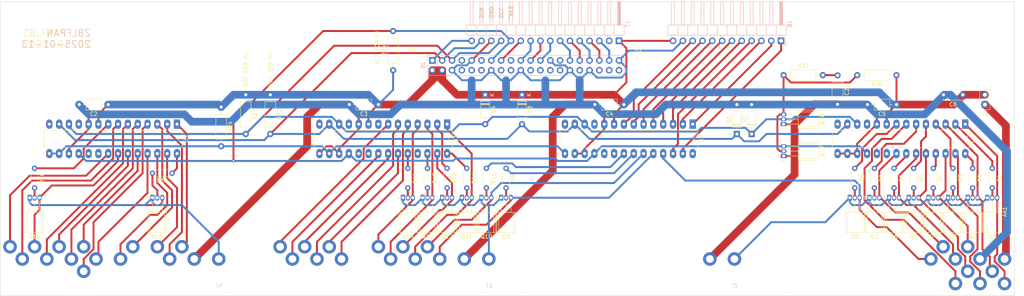
<source format=kicad_pcb>
(kicad_pcb (version 20221018) (generator pcbnew)
  (layers (0 "F.Cu" signal) (31 "B.Cu" signal) (34 "B.Paste" user) (35 "F.Paste" user) (36 "B.SilkS" user "B.Silkscreen") (37 "F.SilkS" user "F.Silkscreen") (38 "B.Mask" user) (39 "F.Mask" user) (44 "Edge.Cuts" user))
  (net 0 "")
  (net 1 "GND")
  (net 2 "/AA2+5")
  (net 3 "/BA2+5")
  (net 4 "/CA2+5")
  (net 5 "/DA2+5")
  (net 7 "VCC")
  (net 22 "/SDA")
  (net 23 "/SCL")
  (net 32 "/V3.3")
  (net 33 "/GPIO9")
  (net 34 "/GPIO11")
  (net 35 "/GPIO5")
  (net 36 "/GPIO6")
  (net 37 "/GPIO13")
  (net 38 "/GPIO19")
  (net 39 "/GPIO26")
  (net 40 "/GPIO17")
  (net 41 "Net-(C21-Pad1)")
  (net 42 "/GPIO22")
  (net 43 "/GPIO10")
  (net 44 "/RMPRT")
  (net 45 "/RDFLD")
  (net 46 "/RIFLD")
  (net 52 "/MPRT")
  (net 53 "/DFLD")
  (net 54 "/IFLD")
  (net 55 "/SR04")
  (net 56 "/SR03")
  (net 57 "/LINK")
  (net 58 "/SR02")
  (net 59 "/SR01")
  (net 60 "/SR00")
  (net 61 "/SR09")
  (net 62 "/SR10")
  (net 63 "/SR08")
  (net 64 "/SR07")
  (net 65 "/SR06")
  (net 66 "/SR05")
  (net 67 "/FET")
  (net 68 "/IR00")
  (net 69 "/ION")
  (net 70 "/PARE")
  (net 71 "/EXE")
  (net 72 "/IR01")
  (net 73 "/IR02")
  (net 74 "/DEF")
  (net 75 "/PRTE")
  (net 76 "/WCT")
  (net 77 "/CAD")
  (net 78 "/SR11")
  (net 79 "/BNCY")
  (net 80 "/STOP")
  (net 81 "/CONT")
  (net 82 "/STRT")
  (net 83 "/LDAD")
  (net 84 "/STEP")
  (net 85 "/EXAM")
  (net 86 "/DEPO")
  (net 87 "Net-(Q1-B)")
  (net 88 "Net-(Q2-B)")
  (net 89 "Net-(Q3-B)")
  (net 90 "Net-(Q4-B)")
  (net 91 "Net-(Q5-B)")
  (net 92 "Net-(Q6-B)")
  (net 93 "Net-(Q7-B)")
  (net 94 "Net-(Q8-B)")
  (net 95 "Net-(Q9-B)")
  (net 96 "Net-(Q10-B)")
  (net 97 "Net-(Q11-B)")
  (net 98 "Net-(Q12-B)")
  (net 99 "Net-(Q13-B)")
  (net 100 "Net-(Q14-B)")
  (net 101 "Net-(Q15-B)")
  (net 102 "Net-(Q16-B)")
  (net 103 "/RSR03")
  (net 104 "/RSR04")
  (net 105 "/RSR02")
  (net 106 "/RSR01")
  (net 107 "/RSR00")
  (net 108 "/RSR09")
  (net 109 "/RSR10")
  (net 110 "/RSR08")
  (net 111 "/RSR07")
  (net 112 "/RSR06")
  (net 113 "/RSR05")
  (net 114 "/RSR11")
  (net 115 "/RSTEP")
  (net 116 "/PULLUP")
  (net 117 "Net-(J8-Pin_2)")
  (net 118 "Net-(J8-Pin_4)")
  (net 119 "Net-(J8-Pin_10)")
  (net 120 "Net-(J8-Pin_1)")
  (net 121 "Net-(J8-Pin_3)")
  (net 122 "Net-(J8-Pin_5)")
  (net 123 "Net-(J8-Pin_7)")
  (net 124 "Net-(J8-Pin_9)")
  (net 125 "Net-(J8-Pin_6)")
  (net 126 "Net-(J8-Pin_8)")
  (net 127 "/_RESET")
  (net 128 "Net-(Q17-G)")
  (footprint "Capacitor_THT:C_Axial_L3.8mm_D2.6mm_P7.50mm_Horizontal" (layer "F.Cu") (at 27.94 26.67 180)
    (fp_text reference "C2")
    (fp_text value "0.1u")
  )
  (footprint "Resistor_THT:R_Axial_DIN0207_L6.3mm_D2.5mm_P10.16mm_Horizontal" (layer "F.Cu") (at 202.565 19.05)
    (fp_text reference "R27")
    (fp_text value "100")
  )
  (footprint "Resistor_THT:R_Axial_DIN0204_L3.6mm_D1.6mm_P5.08mm_Horizontal" (layer "F.Cu") (at 241.3 43.18 -90)
    (fp_text reference "R4")
    (fp_text value "4.7K")
  )
  (footprint "Package_TO_SOT_THT:TO-92_Inline_W4.0mm_Horizontal_FlatSideDown" (layer "F.Cu") (at 104.14 50.8)
    (fp_text reference "Q14")
    (fp_text value "2N3906")
  )
  (footprint "Resistor_THT:R_Axial_DIN0204_L3.6mm_D1.6mm_P5.08mm_Horizontal" (layer "F.Cu") (at 220.98 43.18 -90)
    (fp_text reference "R8")
    (fp_text value "4.7K")
  )
  (footprint "Package_TO_SOT_THT:TO-92_Inline_W4.0mm_Horizontal_FlatSideDown" (layer "F.Cu") (at 114.3 50.8)
    (fp_text reference "Q12")
    (fp_text value "2N3906")
  )
  (footprint "Resistor_THT:R_Axial_DIN0204_L3.6mm_D1.6mm_P5.08mm_Horizontal" (layer "F.Cu") (at 8.89 43.18 -90)
    (fp_text reference "R16")
    (fp_text value "4.7K")
  )
  (footprint "Diode_THT:D_DO-35_SOD27_P7.62mm_Horizontal" (layer "F.Cu") (at 125.4125 24.13 -90)
    (fp_text reference "D4")
    (fp_text value "1N4148")
  )
  (footprint "Connector_PinHeader_2.54mm:PinHeader_1x02_P2.54mm_Vertical" (layer "F.Cu") (at 254.635 26.67 180)
    (fp_text reference "J6")
    (fp_text value "Conn_01x02_Pin")
  )
  (footprint "Package_DIP:DIP-28_W7.62mm_LongPads" (layer "F.Cu") (at 179.07 31.75 -90)
    (fp_text reference "U2")
    (fp_text value "MCP23017")
  )
  (footprint "Package_TO_SOT_THT:TO-92_Inline_W4.0mm_Horizontal_FlatSideDown" (layer "F.Cu") (at 202.565 31.75 90)
    (fp_text reference "Q18")
    (fp_text value "2N7000")
  )
  (footprint "Resistor_THT:R_Axial_DIN0204_L3.6mm_D1.6mm_P5.08mm_Horizontal" (layer "F.Cu") (at 110.49 43.18 -90)
    (fp_text reference "R13")
    (fp_text value "4.7K")
  )
  (footprint "Capacitor_THT:C_Axial_L3.8mm_D2.6mm_P7.50mm_Horizontal" (layer "F.Cu") (at 161.29 26.67 180)
    (fp_text reference "C4")
    (fp_text value "0.1u")
  )
  (footprint "Package_TO_SOT_THT:TO-92_Inline_W4.0mm_Horizontal_FlatSideDown" (layer "F.Cu") (at 224.79 50.8)
    (fp_text reference "Q7")
    (fp_text value "2N3906")
  )
  (footprint "Capacitor_THT:C_Axial_L3.8mm_D2.6mm_P7.50mm_Horizontal" (layer "F.Cu") (at 97.79 26.67 180)
    (fp_text reference "C3")
    (fp_text value "0.1u")
  )
  (footprint "Resistor_THT:R_Axial_DIN0204_L3.6mm_D1.6mm_P5.08mm_Horizontal" (layer "F.Cu") (at 105.41 43.18 -90)
    (fp_text reference "R14")
    (fp_text value "4.7K")
  )
  (footprint "Resistor_THT:R_Axial_DIN0204_L3.6mm_D1.6mm_P5.08mm_Horizontal" (layer "F.Cu") (at 251.46 43.18 -90)
    (fp_text reference "R2")
    (fp_text value "4.7K")
  )
  (footprint "Resistor_THT:R_Axial_DIN0204_L3.6mm_D1.6mm_P5.08mm_Horizontal" (layer "F.Cu") (at 115.57 43.18 -90)
    (fp_text reference "R12")
    (fp_text value "4.7K")
  )
  (footprint "Capacitor_THT:C_Axial_L3.8mm_D2.6mm_P7.50mm_Horizontal" (layer "F.Cu") (at 216.535 19.11 -90)
    (fp_text reference "C21")
    (fp_text value "0.01u")
  )
  (footprint "Package_TO_SOT_THT:TO-92_Inline_W4.0mm_Horizontal_FlatSideDown" (layer "F.Cu") (at 109.22 50.8)
    (fp_text reference "Q13")
    (fp_text value "2N3906")
  )
  (footprint "Package_DIP:DIP-28_W7.62mm_LongPads" (layer "F.Cu") (at 115.57 31.75 -90)
    (fp_text reference "U3")
    (fp_text value "MCP23017")
  )
  (footprint "Package_TO_SOT_THT:TO-92_Inline_W4.0mm_Horizontal_FlatSideDown" (layer "F.Cu") (at 250.19 50.8)
    (fp_text reference "Q2")
    (fp_text value "2N3906")
  )
  (footprint "Capacitor_THT:C_Disc_D5.0mm_W2.5mm_P5.00mm" (layer "F.Cu") (at 248.92 24.13 180)
    (fp_text reference "C6")
    (fp_text value "10u")
  )
  (footprint "Resistor_THT:R_Axial_DIN0207_L6.3mm_D2.5mm_P10.16mm_Horizontal" (layer "F.Cu") (at 101.6 17.78 90)
    (fp_text reference "R25")
    (fp_text value "2.2K")
  )
  (footprint "Package_TO_SOT_THT:TO-92_Inline_W4.0mm_Horizontal_FlatSideDown" (layer "F.Cu") (at 234.95 50.8)
    (fp_text reference "Q5")
    (fp_text value "2N3906")
  )
  (footprint "Package_TO_SOT_THT:TO-92_Inline_W4.0mm_Horizontal_FlatSideDown" (layer "F.Cu") (at 39.37 50.8)
    (fp_text reference "Q15")
    (fp_text value "2N3906")
  )
  (footprint "Resistor_THT:R_Axial_DIN0204_L3.6mm_D1.6mm_P5.08mm_Horizontal" (layer "F.Cu") (at 130.81 43.18 -90)
    (fp_text reference "R9")
    (fp_text value "4.7K")
  )
  (footprint "Resistor_THT:R_Axial_DIN0204_L3.6mm_D1.6mm_P5.08mm_Horizontal" (layer "F.Cu") (at 125.73 43.18 -90)
    (fp_text reference "R10")
    (fp_text value "4.7K")
  )
  (footprint "MountingHole:MountingHole_3mm" (layer "F.Cu") (at 106.68 16.51)
    (fp_text reference "H1")
    (fp_text value "MountingHole")
  )
  (footprint "MountingHole:MountingHole_3mm" (layer "F.Cu") (at 165.1 16.51)
    (fp_text reference "H2")
    (fp_text value "MountingHole")
  )
  (footprint "Resistor_THT:R_Axial_DIN0207_L6.3mm_D2.5mm_P10.16mm_Horizontal" (layer "F.Cu") (at 63.5 24.13 -90)
    (fp_text reference "R23")
    (fp_text value "680")
  )
  (footprint "Package_DIP:DIP-28_W7.62mm_LongPads" (layer "F.Cu") (at 249.555 31.75 -90)
    (fp_text reference "U1")
    (fp_text value "MCP23017")
  )
  (footprint "Diode_THT:D_DO-35_SOD27_P7.62mm_Horizontal" (layer "F.Cu") (at 134.9375 24.13 -90)
    (fp_text reference "D3")
    (fp_text value "1N4148")
  )
  (footprint "Diode_THT:D_DO-35_SOD27_P7.62mm_Horizontal" (layer "F.Cu") (at 190.5 34.29 90)
    (fp_text reference "D1")
    (fp_text value "1N4148")
  )
  (footprint "Package_TO_SOT_THT:TO-92_Inline_W4.0mm_Horizontal_FlatSideDown" (layer "F.Cu") (at 255.27 50.8)
    (fp_text reference "Q1")
    (fp_text value "2N3906")
  )
  (footprint "Resistor_THT:R_Axial_DIN0207_L6.3mm_D2.5mm_P10.16mm_Horizontal" (layer "F.Cu") (at 69.85 24.13 -90)
    (fp_text reference "R22")
    (fp_text value "1.2K")
  )
  (footprint "Resistor_THT:R_Axial_DIN0204_L3.6mm_D1.6mm_P5.08mm_Horizontal" (layer "F.Cu") (at 246.38 43.18 -90)
    (fp_text reference "R3")
    (fp_text value "4.7K")
  )
  (footprint "Resistor_THT:R_Axial_DIN0204_L3.6mm_D1.6mm_P5.08mm_Horizontal" (layer "F.Cu") (at 120.65 43.18 -90)
    (fp_text reference "R11")
    (fp_text value "4.7K")
  )
  (footprint "Package_TO_SOT_THT:TO-92_Inline_W4.0mm_Horizontal_FlatSideDown" (layer "F.Cu") (at 219.71 50.8)
    (fp_text reference "Q8")
    (fp_text value "2N3906")
  )
  (footprint "Package_TO_SOT_THT:TO-92_Inline_W4.0mm_Horizontal_FlatSideDown" (layer "F.Cu") (at 202.6075 40.005 90)
    (fp_text reference "Q17")
    (fp_text value "2N7000")
  )
  (footprint "Package_TO_SOT_THT:TO-92_Inline_W4.0mm_Horizontal_FlatSideDown" (layer "F.Cu") (at 240.03 50.8)
    (fp_text reference "Q4")
    (fp_text value "2N3906")
  )
  (footprint "Resistor_THT:R_Axial_DIN0204_L3.6mm_D1.6mm_P5.08mm_Horizontal" (layer "F.Cu") (at 231.14 43.18 -90)
    (fp_text reference "R6")
    (fp_text value "4.7K")
  )
  (footprint "Package_DIP:DIP-28_W7.62mm_LongPads" (layer "F.Cu") (at 45.72 31.75 -90)
    (fp_text reference "U4")
    (fp_text value "MCP23017")
  )
  (footprint "Package_TO_SOT_THT:TO-92_Inline_W4.0mm_Horizontal_FlatSideDown" (layer "F.Cu") (at 119.38 50.8)
    (fp_text reference "Q11")
    (fp_text value "2N3906")
  )
  (footprint "Resistor_THT:R_Axial_DIN0204_L3.6mm_D1.6mm_P5.08mm_Horizontal" (layer "F.Cu") (at 236.22 43.18 -90)
    (fp_text reference "R5")
    (fp_text value "4.7K")
  )
  (footprint "Diode_THT:D_DO-35_SOD27_P7.62mm_Horizontal" (layer "F.Cu") (at 194.31 34.29 90)
    (fp_text reference "D2")
    (fp_text value "1N4148")
  )
  (footprint "Resistor_THT:R_Axial_DIN0204_L3.6mm_D1.6mm_P5.08mm_Horizontal" (layer "F.Cu") (at 256.54 43.18 -90)
    (fp_text reference "R1")
    (fp_text value "4.7K")
  )
  (footprint "Package_TO_SOT_THT:TO-92_Inline_W4.0mm_Horizontal_FlatSideDown" (layer "F.Cu") (at 129.54 50.8)
    (fp_text reference "Q9")
    (fp_text value "2N3906")
  )
  (footprint "Resistor_THT:R_Axial_DIN0207_L6.3mm_D2.5mm_P10.16mm_Horizontal" (layer "F.Cu") (at 57.15 27.305 -90)
    (fp_text reference "R24")
    (fp_text value "2.2K")
  )
  (footprint "Resistor_THT:R_Axial_DIN0204_L3.6mm_D1.6mm_P5.08mm_Horizontal" (layer "F.Cu") (at 44.45 44.45 180)
    (fp_text reference "R15")
    (fp_text value "4.7K")
  )
  (footprint "Package_TO_SOT_THT:TO-92_Inline_W4.0mm_Horizontal_FlatSideDown" (layer "F.Cu") (at 124.46 50.8)
    (fp_text reference "Q10")
    (fp_text value "2N3906")
  )
  (footprint "Package_TO_SOT_THT:TO-92_Inline_W4.0mm_Horizontal_FlatSideDown" (layer "F.Cu") (at 7.62 50.8)
    (fp_text reference "Q16")
    (fp_text value "2N3906")
  )
  (footprint "Package_TO_SOT_THT:TO-92_Inline_W4.0mm_Horizontal_FlatSideDown" (layer "F.Cu") (at 229.87 50.8)
    (fp_text reference "Q6")
    (fp_text value "2N3906")
  )
  (footprint "Capacitor_THT:C_Axial_L3.8mm_D2.6mm_P7.50mm_Horizontal" (layer "F.Cu") (at 231.775 26.67 180)
    (fp_text reference "C5")
    (fp_text value "0.1u")
  )
  (footprint "Resistor_THT:R_Axial_DIN0207_L6.3mm_D2.5mm_P10.16mm_Horizontal" (layer "F.Cu") (at 231.775 19.05 180)
    (fp_text reference "R26")
    (fp_text value "100K")
  )
  (footprint "Resistor_THT:R_Axial_DIN0204_L3.6mm_D1.6mm_P5.08mm_Horizontal" (layer "F.Cu") (at 226.06 43.18 -90)
    (fp_text reference "R7")
    (fp_text value "4.7K")
  )
  (footprint "Package_TO_SOT_THT:TO-92_Inline_W4.0mm_Horizontal_FlatSideDown" (layer "F.Cu") (at 245.11 50.8)
    (fp_text reference "Q3")
    (fp_text value "2N3906")
  )
  (footprint "Connector_PinHeader_2.54mm:PinHeader_1x12_P2.54mm_Horizontal" (layer "B.Cu") (at 201.93 10.16 90)
    (fp_text reference "J8")
    (fp_text value "Conn_01x12")
  )
  (footprint "myz8lfpanfoots:backpins-D" (layer "B.Cu") (at 56.515 73.025)
    (fp_text reference "J4")
    (fp_text value "2x18edgecon")
  )
  (footprint "myz8lfpanfoots:backpins-B" (layer "B.Cu") (at 189.865 73.025)
    (fp_text reference "J2")
    (fp_text value "2x18edgecon")
  )
  (footprint "myz8lfpanfoots:backpins-C" (layer "B.Cu") (at 126.365 73.025)
    (fp_text reference "J3")
    (fp_text value "2x18edgecon")
  )
  (footprint "Connector_PinHeader_2.54mm:PinHeader_2x20_P2.54mm_Vertical" (layer "B.Cu") (at 111.76 15.24 -90)
    (fp_text reference "J5")
    (fp_text value "Conn_02x20_Odd_Even")
  )
  (footprint "myz8lfpanfoots:backpins-A" (layer "B.Cu") (at 259.715 73.025)
    (fp_text reference "J1")
    (fp_text value "2x18edgecon")
  )
  (footprint "Connector_PinHeader_2.54mm:PinHeader_1x16_P2.54mm_Horizontal" (layer "B.Cu") (at 160.02 10.16 90)
    (fp_text reference "J7")
    (fp_text value "Conn_01x16")
  )
  (gr_line (start 262.255 76.2) (end 260.985 76.2) (stroke (width 0.1)) (layer "Edge.Cuts"))
  (gr_line (start 204.47 76.2) (end 260.985 76.2) (stroke (width 0.1)) (layer "Edge.Cuts"))
  (gr_line (start 191.135 76.2) (end 204.47 76.2) (stroke (width 0.1)) (layer "Edge.Cuts"))
  (gr_line (start 262.255 0) (end 0 0) (stroke (width 0.1)) (layer "Edge.Cuts"))
  (gr_line (start 134.62 76.2) (end 191.135 76.2) (stroke (width 0.1)) (layer "Edge.Cuts"))
  (gr_line (start 1.27 76.2) (end 57.785 76.2) (stroke (width 0.1)) (layer "Edge.Cuts"))
  (gr_line (start 57.785 76.2) (end 71.12 76.2) (stroke (width 0.1)) (layer "Edge.Cuts"))
  (gr_line (start 71.12 76.2) (end 127.635 76.2) (stroke (width 0.1)) (layer "Edge.Cuts"))
  (gr_line (start 262.255 55.88) (end 262.255 0) (stroke (width 0.1)) (layer "Edge.Cuts"))
  (gr_line (start 0 55.88) (end 0 76.2) (stroke (width 0.1)) (layer "Edge.Cuts"))
  (gr_line (start 262.255 55.88) (end 262.255 76.2) (stroke (width 0.1)) (layer "Edge.Cuts"))
  (gr_line (start 0 0) (end 0 55.88) (stroke (width 0.1)) (layer "Edge.Cuts"))
  (gr_line (start 127.635 76.2) (end 134.62 76.2) (stroke (width 0.1)) (layer "Edge.Cuts"))
  (gr_line (start 0 76.2) (end 1.27 76.2) (stroke (width 0.1)) (layer "Edge.Cuts"))
  (gr_text "SCL" (at 128.905 4.445 -90) (layer "B.SilkS") (effects (font (size 1 1)) (justify left bottom mirror)))
  (gr_text "Z8LFPAN\n2025-01-13" (at 23.495 12.065) (layer "B.SilkS") (effects (font (size 1.778 1.778)) (justify left bottom mirror)))
  (gr_text "SDA" (at 123.825 4.445 -90) (layer "B.SilkS") (effects (font (size 1 1)) (justify left bottom mirror)))
  (gr_text "GND" (at 126.365 4.445 -90) (layer "B.SilkS") (effects (font (size 1 1)) (justify left bottom mirror)))
  (gr_text "_RES" (at 131.445 4.7625 -90) (layer "B.SilkS") (effects (font (size 1 1)) (justify left bottom mirror)))
  (gr_text "AA1" (at 260.35 55.88 90) (layer "F.SilkS") (effects (font (size 1 1)) (justify left bottom)))
  (gr_text "NOT FOR PI" (at 64.135 22.225 90) (layer "F.SilkS") (effects (font (size 1 1)) (justify left bottom)))
  (gr_text "Z8LFPAN\n2025-01-13" (at 5.715 12.065) (layer "F.SilkS") (effects (font (size 1.778 1.778)) (justify left bottom)))
  (gr_text "SCL" (at 130.175 4.445 90) (layer "F.SilkS") (effects (font (size 1 1)) (justify left bottom)))
  (gr_text "SDA" (at 125.095 4.445 90) (layer "F.SilkS") (effects (font (size 1 1)) (justify left bottom)))
  (gr_text "_RES" (at 132.715 4.7625 90) (layer "F.SilkS") (effects (font (size 1 1)) (justify left bottom)))
  (gr_text "NOT FOR PI" (at 98.1075 16.51 90) (layer "F.SilkS") (effects (font (size 1 1)) (justify left bottom)))
  (gr_text "GND" (at 127.635 4.445 90) (layer "F.SilkS") (effects (font (size 1 1)) (justify left bottom)))
  (gr_text "NOT FOR PI" (at 70.485 22.225 90) (layer "F.SilkS") (effects (font (size 1 1)) (justify left bottom)))
  (segment (start 216.535 26.67) (end 224.215 26.67) (width 2) (layer "F.Cu") (net 1))
  (segment (start 221.605 39.355) (end 221.605 36.815) (width 0.5) (layer "F.Cu") (net 1))
  (segment (start 22.85 31.735) (end 22.85 29.14) (width 0.5) (layer "F.Cu") (net 1))
  (segment (start 183.515 66.675) (end 205.4225 44.7675) (width 2) (layer "F.Cu") (net 1))
  (segment (start 87.62 38.1) (end 92.7 33.02) (width 0.5) (layer "F.Cu") (net 1))
  (segment (start 22.85 33.03) (end 22.85 31.735) (width 0.5) (layer "F.Cu") (net 1))
  (segment (start 120.015 66.675) (end 142.875 43.815) (width 2) (layer "F.Cu") (net 1))
  (segment (start 84.4425 37.4525) (end 82.54 39.355) (width 0.5) (layer "F.Cu") (net 1))
  (segment (start 219.065 39.355) (end 221.605 39.355) (width 0.5) (layer "F.Cu") (net 1))
  (segment (start 205.4225 39.6875) (end 205.4225 44.7675) (width 2) (layer "F.Cu") (net 1))
  (segment (start 148.58 39.355) (end 151.12 39.355) (width 0.5) (layer "F.Cu") (net 1))
  (segment (start 151.12 39.355) (end 151.12 38.1) (width 0.5) (layer "F.Cu") (net 1))
  (segment (start 146.05 26.67) (end 153.73 26.67) (width 2) (layer "F.Cu") (net 1))
  (segment (start 85.73 37.465) (end 84.455 37.465) (width 0.5) (layer "F.Cu") (net 1))
  (segment (start 226.695 29.09) (end 224.275 26.67) (width 0.5) (layer "F.Cu") (net 1))
  (segment (start 82.55 26.67) (end 90.23 26.67) (width 2) (layer "F.Cu") (net 1))
  (segment (start 142.875 29.845) (end 146.05 26.67) (width 2) (layer "F.Cu") (net 1))
  (segment (start 205.105 40.005) (end 205.4225 39.6875) (width 0.5) (layer "F.Cu") (net 1))
  (segment (start 151.12 38.1) (end 156.2 33.02) (width 0.5) (layer "F.Cu") (net 1))
  (segment (start 92.7 31.735) (end 92.7 29.14) (width 0.5) (layer "F.Cu") (net 1))
  (segment (start 156.2 33.02) (end 156.2 31.735) (width 0.5) (layer "F.Cu") (net 1))
  (segment (start 79.375 29.845) (end 82.55 26.67) (width 2) (layer "F.Cu") (net 1))
  (segment (start 92.7 33.02) (end 92.7 31.735) (width 0.5) (layer "F.Cu") (net 1))
  (segment (start 205.4225 31.75) (end 210.5625 26.61) (width 2) (layer "F.Cu") (net 1))
  (segment (start 127 10.16) (end 121.92 15.24) (width 0.5) (layer "F.Cu") (net 1))
  (segment (start 205.4225 37.7825) (end 205.4225 39.6875) (width 2) (layer "F.Cu") (net 1))
  (segment (start 87.62 39.355) (end 87.62 38.1) (width 0.5) (layer "F.Cu") (net 1))
  (segment (start 202.565 31.75) (end 205.4225 31.75) (width 0.5) (layer "F.Cu") (net 1))
  (segment (start 221.605 36.815) (end 226.685 31.735) (width 0.5) (layer "F.Cu") (net 1))
  (segment (start 92.7 29.14) (end 90.23 26.67) (width 0.5) (layer "F.Cu") (net 1))
  (segment (start 202.6075 40.005) (end 205.105 40.005) (width 0.5) (layer "F.Cu") (net 1))
  (segment (start 79.375 37.465) (end 79.375 29.845) (width 2) (layer "F.Cu") (net 1))
  (segment (start 142.875 43.815) (end 142.875 29.845) (width 2) (layer "F.Cu") (net 1))
  (segment (start 210.5625 26.61) (end 216.535 26.61) (width 2) (layer "F.Cu") (net 1))
  (segment (start 87.62 39.355) (end 85.73 37.465) (width 0.5) (layer "F.Cu") (net 1))
  (segment (start 156.2 29.14) (end 153.73 26.67) (width 0.5) (layer "F.Cu") (net 1))
  (segment (start 17.77 38.11) (end 22.85 33.03) (width 0.5) (layer "F.Cu") (net 1))
  (segment (start 50.165 66.675) (end 79.375 37.465) (width 2) (layer "F.Cu") (net 1))
  (segment (start 156.2 31.735) (end 156.2 29.14) (width 0.5) (layer "F.Cu") (net 1))
  (segment (start 216.525 39.355) (end 219.065 39.355) (width 0.5) (layer "F.Cu") (net 1))
  (segment (start 22.85 29.14) (end 20.38 26.67) (width 0.5) (layer "F.Cu") (net 1))
  (segment (start 226.695 31.75) (end 226.695 29.09) (width 0.5) (layer "F.Cu") (net 1))
  (segment (start 205.4225 37.7825) (end 205.4225 31.75) (width 2) (layer "F.Cu") (net 1))
  (segment (start 17.77 39.355) (end 17.77 38.11) (width 0.5) (layer "F.Cu") (net 1))
  (segment (start 84.455 37.465) (end 84.4425 37.4525) (width 0.5) (layer "F.Cu") (net 1))
  (segment (start 226.695 29.27) (end 226.755 29.21) (width 0.5) (layer "B.Cu") (net 1))
  (segment (start 129.54 20.38) (end 130.81 20.38) (width 0.5) (layer "B.Cu") (net 1))
  (segment (start 47.625 29.21) (end 22.92 29.21) (width 2) (layer "B.Cu") (net 1))
  (segment (start 59.69 31.115) (end 64.135 26.67) (width 2) (layer "B.Cu") (net 1))
  (segment (start 149.92 20.26) (end 149.8 20.26) (width 0.5) (layer "B.Cu") (net 1))
  (segment (start 129.54 20.38) (end 129.54 20.32) (width 0.5) (layer "B.Cu") (net 1))
  (segment (start 149.86 20.32) (end 149.86 26.67) (width 2) (layer "B.Cu") (net 1))
  (segment (start 245.745 24.13) (end 244.14 24.13) (width 2) (layer "B.Cu") (net 1))
  (segment (start 132.02 20.38) (end 134.62 17.78) (width 0.5) (layer "B.Cu") (net 1))
  (segment (start 130.81 26.67) (end 130.81 20.38) (width 2) (layer "B.Cu") (net 1))
  (segment (start 154.305 19.685) (end 152.4 17.78) (width 0.5) (layer "B.Cu") (net 1))
  (segment (start 118.11 16.51) (end 116.84 17.78) (width 0.5) (layer "B.Cu") (net 1))
  (segment (start 103.505 26.67) (end 100.965 29.21) (width 2) (layer "B.Cu") (net 1))
  (segment (start 161.925 18.415) (end 160.655 19.685) (width 0.5) (layer "B.Cu") (net 1))
  (segment (start 90.835 27.275) (end 90.23 26.67) (width 2) (layer "B.Cu") (net 1))
  (segment (start 146.05 16.51) (end 147.32 17.78) (width 0.5) (layer "B.Cu") (net 1))
  (segment (start 253.365 66.675) (end 260.35 59.69) (width 2) (layer "B.Cu") (net 1))
  (segment (start 130.81 26.67) (end 122.555 26.67) (width 2) (layer "B.Cu") (net 1))
  (segment (start 153.73 26.67) (end 149.86 26.67) (width 2) (layer "B.Cu") (net 1))
  (segment (start 59.69 31.115) (end 49.53 31.115) (width 2) (layer "B.Cu") (net 1))
  (segment (start 64.135 26.67) (end 90.23 26.67) (width 2) (layer "B.Cu") (net 1))
  (segment (start 120.65 16.51) (end 118.11 16.51) (width 0.5) (layer "B.Cu") (net 1))
  (segment (start 121.92 20.38) (end 122.555 20.38) (width 0.5) (layer "B.Cu") (net 1))
  (segment (start 176.535 10.09) (end 173.925 12.7) (width 0.5) (layer "B.Cu") (net 1))
  (segment (start 226.755 29.21) (end 224.215 26.67) (width 2) (layer "B.Cu") (net 1))
  (segment (start 156.2 29.14) (end 169.615 29.14) (width 2) (layer "B.Cu") (net 1))
  (segment (start 169.615 29.14) (end 172.085 26.67) (width 2) (layer "B.Cu") (net 1))
  (segment (start 122.555 26.67) (end 121.92 26.67) (width 2) (layer "B.Cu") (net 1))
  (segment (start 143.51 16.51) (end 146.05 16.51) (width 0.5) (layer "B.Cu") (net 1))
  (segment (start 239.06 29.21) (end 226.755 29.21) (width 2) (layer "B.Cu") (net 1))
  (segment (start 140.97 26.67) (end 140.97 20.38) (width 2) (layer "B.Cu") (net 1))
  (segment (start 92.77 29.21) (end 90.835 27.275) (width 2) (layer "B.Cu") (net 1))
  (segment (start 121.92 15.24) (end 120.65 16.51) (width 0.5) (layer "B.Cu") (net 1))
  (segment (start 144.72 20.38) (end 147.32 17.78) (width 0.5) (layer "B.Cu") (net 1))
  (segment (start 22.92 29.21) (end 20.38 26.67) (width 2) (layer "B.Cu") (net 1))
  (segment (start 142.24 15.24) (end 143.51 16.51) (width 0.5) (layer "B.Cu") (net 1))
  (segment (start 160.655 19.685) (end 154.305 19.685) (width 0.5) (layer "B.Cu") (net 1))
  (segment (start 152.4 17.78) (end 149.92 20.26) (width 0.5) (layer "B.Cu") (net 1))
  (segment (start 137.16 20.38) (end 140.97 20.38) (width 0.5) (layer "B.Cu") (net 1))
  (segment (start 121.92 26.67) (end 121.92 20.38) (width 2) (layer "B.Cu") (net 1))
  (segment (start 149.86 20.32) (end 149.8 20.26) (width 0.5) (layer "B.Cu") (net 1))
  (segment (start 100.965 29.21) (end 92.77 29.21) (width 2) (layer "B.Cu") (net 1))
  (segment (start 130.81 20.38) (end 132.02 20.38) (width 0.5) (layer "B.Cu") (net 1))
  (segment (start 244.14 24.13) (end 239.06 29.21) (width 2) (layer "B.Cu") (net 1))
  (segment (start 173.925 12.7) (end 162.56 12.7) (width 0.5) (layer "B.Cu") (net 1))
  (segment (start 149.86 26.67) (end 140.97 26.67) (width 2) (layer "B.Cu") (net 1))
  (segment (start 260.35 38.735) (end 245.745 24.13) (width 2) (layer "B.Cu") (net 1))
  (segment (start 172.085 26.67) (end 224.215 26.67) (width 2) (layer "B.Cu") (net 1))
  (segment (start 122.555 20.38) (end 124.4 20.38) (width 0.5) (layer "B.Cu") (net 1))
  (segment (start 124.4 20.38) (end 127 17.78) (width 0.5) (layer "B.Cu") (net 1))
  (segment (start 49.53 31.115) (end 47.625 29.21) (width 2) (layer "B.Cu") (net 1))
  (segment (start 260.35 59.69) (end 260.35 38.735) (width 2) (layer "B.Cu") (net 1))
  (segment (start 119.44 20.38) (end 121.92 20.38) (width 0.5) (layer "B.Cu") (net 1))
  (segment (start 137.16 20.38) (end 137.16 20.32) (width 0.5) (layer "B.Cu") (net 1))
  (segment (start 137.16 20.32) (end 134.62 17.78) (width 0.5) (layer "B.Cu") (net 1))
  (segment (start 226.685 29.21) (end 226.685 29.14) (width 0.5) (layer "B.Cu") (net 1))
  (segment (start 226.685 29.14) (end 224.215 26.67) (width 0.5) (layer "B.Cu") (net 1))
  (segment (start 162.56 12.7) (end 160.02 15.24) (width 0.5) (layer "B.Cu") (net 1))
  (segment (start 129.54 20.32) (end 127 17.78) (width 0.5) (layer "B.Cu") (net 1))
  (segment (start 161.925 17.145) (end 161.925 18.415) (width 0.5) (layer "B.Cu") (net 1))
  (segment (start 103.505 26.67) (end 121.92 26.67) (width 2) (layer "B.Cu") (net 1))
  (segment (start 140.97 20.38) (end 144.72 20.38) (width 0.5) (layer "B.Cu") (net 1))
  (segment (start 140.97 26.67) (end 130.81 26.67) (width 2) (layer "B.Cu") (net 1))
  (segment (start 147.32 17.78) (end 149.8 20.26) (width 0.5) (layer "B.Cu") (net 1))
  (segment (start 153.73 26.67) (end 156.2 29.14) (width 2) (layer "B.Cu") (net 1))
  (segment (start 160.02 15.24) (end 161.925 17.145) (width 0.5) (layer "B.Cu") (net 1))
  (segment (start 116.84 17.78) (end 119.44 20.38) (width 0.5) (layer "B.Cu") (net 1))
  (segment (start 260.405 65.405) (end 260.405 32.445) (width 0.5) (layer "F.Cu") (net 2))
  (segment (start 260.065 32.105) (end 254.635 26.675) (width 2) (layer "F.Cu") (net 2))
  (segment (start 260.405 32.445) (end 254.635 26.675) (width 0.5) (layer "F.Cu") (net 2))
  (segment (start 260.065 66.325) (end 260.065 32.105) (width 2) (layer "F.Cu") (net 2))
  (segment (start 230.525 52.705) (end 229.87 52.05) (width 0.5) (layer "B.Cu") (net 3))
  (segment (start 234.95 50.8) (end 233.045 52.705) (width 0.5) (layer "B.Cu") (net 3))
  (segment (start 220.365 52.705) (end 219.71 52.05) (width 0.5) (layer "B.Cu") (net 3))
  (segment (start 243.205 52.705) (end 240.685 52.705) (width 0.5) (layer "B.Cu") (net 3))
  (segment (start 245.765 52.705) (end 245.11 52.05) (width 0.5) (layer "B.Cu") (net 3))
  (segment (start 229.87 52.05) (end 229.87 50.8) (width 0.5) (layer "B.Cu") (net 3))
  (segment (start 240.03 52.05) (end 240.03 50.8) (width 0.5) (layer "B.Cu") (net 3))
  (segment (start 227.965 52.705) (end 225.445 52.705) (width 0.5) (layer "B.Cu") (net 3))
  (segment (start 234.95 52.05) (end 234.95 50.8) (width 0.5) (layer "B.Cu") (net 3))
  (segment (start 253.365 52.705) (end 250.845 52.705) (width 0.5) (layer "B.Cu") (net 3))
  (segment (start 213.36 57.15) (end 219.71 50.8) (width 0.5) (layer "B.Cu") (net 3))
  (segment (start 245.11 52.05) (end 245.11 50.8) (width 0.5) (layer "B.Cu") (net 3))
  (segment (start 245.11 50.8) (end 243.205 52.705) (width 0.5) (layer "B.Cu") (net 3))
  (segment (start 229.87 50.8) (end 227.965 52.705) (width 0.5) (layer "B.Cu") (net 3))
  (segment (start 250.845 52.705) (end 250.19 52.05) (width 0.5) (layer "B.Cu") (net 3))
  (segment (start 199.39 57.15) (end 213.36 57.15) (width 0.5) (layer "B.Cu") (net 3))
  (segment (start 250.19 50.8) (end 248.285 52.705) (width 0.5) (layer "B.Cu") (net 3))
  (segment (start 240.03 50.8) (end 238.125 52.705) (width 0.5) (layer "B.Cu") (net 3))
  (segment (start 240.685 52.705) (end 240.03 52.05) (width 0.5) (layer "B.Cu") (net 3))
  (segment (start 224.79 50.8) (end 222.885 52.705) (width 0.5) (layer "B.Cu") (net 3))
  (segment (start 189.865 66.675) (end 199.39 57.15) (width 0.5) (layer "B.Cu") (net 3))
  (segment (start 255.27 50.8) (end 253.365 52.705) (width 0.5) (layer "B.Cu") (net 3))
  (segment (start 238.125 52.705) (end 235.605 52.705) (width 0.5) (layer "B.Cu") (net 3))
  (segment (start 248.285 52.705) (end 245.765 52.705) (width 0.5) (layer "B.Cu") (net 3))
  (segment (start 219.71 52.05) (end 219.71 50.8) (width 0.5) (layer "B.Cu") (net 3))
  (segment (start 233.045 52.705) (end 230.525 52.705) (width 0.5) (layer "B.Cu") (net 3))
  (segment (start 224.79 52.05) (end 224.79 50.8) (width 0.5) (layer "B.Cu") (net 3))
  (segment (start 250.19 52.05) (end 250.19 50.8) (width 0.5) (layer "B.Cu") (net 3))
  (segment (start 222.885 52.705) (end 220.365 52.705) (width 0.5) (layer "B.Cu") (net 3))
  (segment (start 235.605 52.705) (end 234.95 52.05) (width 0.5) (layer "B.Cu") (net 3))
  (segment (start 225.445 52.705) (end 224.79 52.05) (width 0.5) (layer "B.Cu") (net 3))
  (segment (start 114.955 52.705) (end 114.3 52.05) (width 0.5) (layer "B.Cu") (net 4))
  (segment (start 127.635 52.705) (end 126.365 52.705) (width 0.5) (layer "B.Cu") (net 4))
  (segment (start 104.14 52.05) (end 104.14 50.8) (width 0.5) (layer "B.Cu") (net 4))
  (segment (start 109.875 52.705) (end 109.22 52.05) (width 0.5) (layer "B.Cu") (net 4))
  (segment (start 126.365 52.705) (end 125.115 52.705) (width 0.5) (layer "B.Cu") (net 4))
  (segment (start 129.54 50.8) (end 127.635 52.705) (width 0.5) (layer "B.Cu") (net 4))
  (segment (start 109.22 52.05) (end 109.22 50.8) (width 0.5) (layer "B.Cu") (net 4))
  (segment (start 122.555 52.705) (end 120.035 52.705) (width 0.5) (layer "B.Cu") (net 4))
  (segment (start 119.38 52.05) (end 119.38 50.8) (width 0.5) (layer "B.Cu") (net 4))
  (segment (start 125.115 52.705) (end 124.46 52.05) (width 0.5) (layer "B.Cu") (net 4))
  (segment (start 119.38 50.8) (end 117.475 52.705) (width 0.5) (layer "B.Cu") (net 4))
  (segment (start 112.395 52.705) (end 109.875 52.705) (width 0.5) (layer "B.Cu") (net 4))
  (segment (start 109.22 50.8) (end 107.315 52.705) (width 0.5) (layer "B.Cu") (net 4))
  (segment (start 124.46 52.05) (end 124.46 50.8) (width 0.5) (layer "B.Cu") (net 4))
  (segment (start 104.795 52.705) (end 104.14 52.05) (width 0.5) (layer "B.Cu") (net 4))
  (segment (start 117.475 52.705) (end 114.955 52.705) (width 0.5) (layer "B.Cu") (net 4))
  (segment (start 124.46 50.8) (end 122.555 52.705) (width 0.5) (layer "B.Cu") (net 4))
  (segment (start 107.315 52.705) (end 104.795 52.705) (width 0.5) (layer "B.Cu") (net 4))
  (segment (start 114.3 50.8) (end 112.395 52.705) (width 0.5) (layer "B.Cu") (net 4))
  (segment (start 120.035 52.705) (end 119.38 52.05) (width 0.5) (layer "B.Cu") (net 4))
  (segment (start 126.365 66.675) (end 126.365 52.705) (width 0.5) (layer "B.Cu") (net 4))
  (segment (start 114.3 52.05) (end 114.3 50.8) (width 0.5) (layer "B.Cu") (net 4))
  (segment (start 8.275 52.705) (end 7.62 52.05) (width 0.5) (layer "B.Cu") (net 5))
  (segment (start 7.62 52.05) (end 7.62 50.8) (width 0.5) (layer "B.Cu") (net 5))
  (segment (start 37.465 52.705) (end 8.275 52.705) (width 0.5) (layer "B.Cu") (net 5))
  (segment (start 39.37 52.05) (end 39.37 50.8) (width 0.5) (layer "B.Cu") (net 5))
  (segment (start 56.515 62.23) (end 46.99 52.705) (width 0.5) (layer "B.Cu") (net 5))
  (segment (start 46.99 52.705) (end 40.025 52.705) (width 0.5) (layer "B.Cu") (net 5))
  (segment (start 39.37 50.8) (end 37.465 52.705) (width 0.5) (layer "B.Cu") (net 5))
  (segment (start 56.515 66.675) (end 56.515 62.23) (width 0.5) (layer "B.Cu") (net 5))
  (segment (start 40.025 52.705) (end 39.37 52.05) (width 0.5) (layer "B.Cu") (net 5))
  (segment (start 111.76 17.78) (end 113.03 19.05) (width 2) (layer "F.Cu") (net 7))
  (segment (start 95.24 29.16) (end 97.73 26.67) (width 0.5) (layer "F.Cu") (net 7))
  (segment (start 95.24 31.735) (end 95.24 29.16) (width 0.5) (layer "F.Cu") (net 7))
  (segment (start 114.3 20.32) (end 114.6175 20.6375) (width 2) (layer "F.Cu") (net 7))
  (segment (start 111.76 17.78) (end 114.3 17.78) (width 2) (layer "F.Cu") (net 7))
  (segment (start 246.6 26.67) (end 231.715 26.67) (width 2) (layer "F.Cu") (net 7))
  (segment (start 105.41 26.67) (end 97.73 26.67) (width 2) (layer "F.Cu") (net 7))
  (segment (start 161.925 20.955) (end 158.75 24.13) (width 0.5) (layer "F.Cu") (net 7))
  (segment (start 111.76 20.32) (end 111.4425 20.6375) (width 2) (layer "F.Cu") (net 7))
  (segment (start 254.635 24.135) (end 249.145 24.135) (width 2) (layer "F.Cu") (net 7))
  (segment (start 158.75 29.15) (end 158.75 29.21) (width 0.5) (layer "F.Cu") (net 7))
  (segment (start 161.23 26.67) (end 158.75 29.15) (width 0.5) (layer "F.Cu") (net 7))
  (segment (start 229.235 29.15) (end 229.235 29.21) (width 0.5) (layer "F.Cu") (net 7))
  (segment (start 229.225 29.22) (end 229.225 31.735) (width 0.5) (layer "F.Cu") (net 7))
  (segment (start 249.145 24.135) (end 249.14 24.13) (width 2) (layer "F.Cu") (net 7))
  (segment (start 161.925 12.065) (end 161.925 20.955) (width 0.5) (layer "F.Cu") (net 7))
  (segment (start 111.76 17.78) (end 111.76 20.32) (width 2) (layer "F.Cu") (net 7))
  (segment (start 25.39 31.735) (end 25.39 29.16) (width 0.5) (layer "F.Cu") (net 7))
  (segment (start 160.02 10.16) (end 173.925 10.16) (width 0.5) (layer "F.Cu") (net 7))
  (segment (start 158.74 29.22) (end 158.74 31.735) (width 0.5) (layer "F.Cu") (net 7))
  (segment (start 114.6175 20.6375) (end 118.11 24.13) (width 2) (layer "F.Cu") (net 7))
  (segment (start 113.03 19.05) (end 114.6175 20.6375) (width 2) (layer "F.Cu") (net 7))
  (segment (start 160.02 10.16) (end 161.925 12.065) (width 0.5) (layer "F.Cu") (net 7))
  (segment (start 229.235 29.21) (end 229.225 29.22) (width 0.5) (layer "F.Cu") (net 7))
  (segment (start 118.11 24.13) (end 158.69 24.13) (width 2) (layer "F.Cu") (net 7))
  (segment (start 114.3 17.78) (end 111.4425 20.6375) (width 2) (layer "F.Cu") (net 7))
  (segment (start 114.3 17.78) (end 114.3 20.32) (width 2) (layer "F.Cu") (net 7))
  (segment (start 111.4425 20.6375) (end 105.41 26.67) (width 2) (layer "F.Cu") (net 7))
  (segment (start 158.69 24.13) (end 159.355 24.795) (width 2) (layer "F.Cu") (net 7))
  (segment (start 159.355 24.795) (end 161.23 26.67) (width 2) (layer "F.Cu") (net 7))
  (segment (start 158.75 29.21) (end 158.74 29.22) (width 0.5) (layer "F.Cu") (net 7))
  (segment (start 249.14 24.13) (end 246.6 26.67) (width 2) (layer "F.Cu") (net 7))
  (segment (start 231.775 19.05) (end 231.775 26.61) (width 0.5) (layer "F.Cu") (net 7))
  (segment (start 25.39 29.16) (end 27.88 26.67) (width 0.5) (layer "F.Cu") (net 7))
  (segment (start 229.225 29.16) (end 231.715 26.67) (width 0.5) (layer "F.Cu") (net 7))
  (segment (start 229.225 31.735) (end 229.225 29.16) (width 0.5) (layer "F.Cu") (net 7))
  (segment (start 158.75 24.13) (end 158.69 24.13) (width 0.5) (layer "F.Cu") (net 7))
  (segment (start 101.6 17.78) (end 101.6 22.86) (width 0.5) (layer "B.Cu") (net 7))
  (segment (start 63.5 24.13) (end 60.325 24.13) (width 2) (layer "B.Cu") (net 7))
  (segment (start 56.515 26.67) (end 27.88 26.67) (width 2) (layer "B.Cu") (net 7))
  (segment (start 227.33 23.495) (end 164.405 23.495) (width 2) (layer "B.Cu") (net 7))
  (segment (start 60.325 24.13) (end 57.15 27.305) (width 2) (layer "B.Cu") (net 7))
  (segment (start 57.15 27.305) (end 56.515 26.67) (width 2) (layer "B.Cu") (net 7))
  (segment (start 101.6 22.86) (end 97.79 26.67) (width 0.5) (layer "B.Cu") (net 7))
  (segment (start 230.505 26.67) (end 227.33 23.495) (width 2) (layer "B.Cu") (net 7))
  (segment (start 69.85 24.13) (end 63.5 24.13) (width 2) (layer "B.Cu") (net 7))
  (segment (start 97.73 26.67) (end 95.19 24.13) (width 2) (layer "B.Cu") (net 7))
  (segment (start 164.405 23.495) (end 161.23 26.67) (width 2) (layer "B.Cu") (net 7))
  (segment (start 95.19 24.13) (end 69.85 24.13) (width 2) (layer "B.Cu") (net 7))
  (segment (start 231.715 26.67) (end 230.505 26.67) (width 2) (layer "B.Cu") (net 7))
  (segment (start 114.3 15.24) (end 112.395 13.335) (width 0.5) (layer "F.Cu") (net 22))
  (segment (start 69.85 34.29) (end 90.805 13.335) (width 0.5) (layer "F.Cu") (net 22))
  (segment (start 112.395 13.335) (end 90.805 13.335) (width 0.5) (layer "F.Cu") (net 22))
  (segment (start 88.9 35.56) (end 131.1275 35.56) (width 0.5) (layer "B.Cu") (net 22))
  (segment (start 152.0875 35.2425) (end 148.58 31.735) (width 0.5) (layer "B.Cu") (net 22))
  (segment (start 82.525 34.29) (end 85.08 31.735) (width 0.5) (layer "B.Cu") (net 22))
  (segment (start 189.23 35.56) (end 190.5 34.29) (width 0.5) (layer "B.Cu") (net 22))
  (segment (start 148.58 31.735) (end 146.6725 33.6425) (width 0.5) (layer "B.Cu") (net 22))
  (segment (start 219.075 31.75) (end 216.535 34.29) (width 0.5) (layer "B.Cu") (net 22))
  (segment (start 19.37 35.875) (end 68.265 35.875) (width 0.5) (layer "B.Cu") (net 22))
  (segment (start 152.0875 35.2475) (end 152.4 35.56) (width 0.5) (layer "B.Cu") (net 22))
  (segment (start 69.85 34.29) (end 82.525 34.29) (width 0.5) (layer "B.Cu") (net 22))
  (segment (start 198.12 34.29) (end 196.215 36.195) (width 0.5) (layer "B.Cu") (net 22))
  (segment (start 192.405 36.195) (end 190.5 34.29) (width 0.5) (layer "B.Cu") (net 22))
  (segment (start 114.3 15.24) (end 117.475 12.065) (width 0.5) (layer "B.Cu") (net 22))
  (segment (start 152.4 35.56) (end 189.23 35.56) (width 0.5) (layer "B.Cu") (net 22))
  (segment (start 85.08 31.735) (end 88.27 34.925) (width 0.5) (layer "B.Cu") (net 22))
  (segment (start 136.83 33.6425) (end 134.9375 31.75) (width 0.5) (layer "B.Cu") (net 22))
  (segment (start 88.27 34.925) (end 88.27 34.93) (width 0.5) (layer "B.Cu") (net 22))
  (segment (start 122.555 12.065) (end 124.46 10.16) (width 0.5) (layer "B.Cu") (net 22))
  (segment (start 196.215 36.195) (end 192.405 36.195) (width 0.5) (layer "B.Cu") (net 22))
  (segment (start 88.27 34.93) (end 88.9 35.56) (width 0.5) (layer "B.Cu") (net 22))
  (segment (start 152.0875 35.2425) (end 152.0875 35.2475) (width 0.5) (layer "B.Cu") (net 22))
  (segment (start 146.6725 33.6425) (end 136.83 33.6425) (width 0.5) (layer "B.Cu") (net 22))
  (segment (start 117.475 12.065) (end 122.555 12.065) (width 0.5) (layer "B.Cu") (net 22))
  (segment (start 131.1275 35.56) (end 134.9375 31.75) (width 0.5) (layer "B.Cu") (net 22))
  (segment (start 15.23 31.735) (end 19.37 35.875) (width 0.5) (layer "B.Cu") (net 22))
  (segment (start 216.535 34.29) (end 198.12 34.29) (width 0.5) (layer "B.Cu") (net 22))
  (segment (start 68.265 35.875) (end 69.85 34.29) (width 0.5) (layer "B.Cu") (net 22))
  (segment (start 86.36 11.43) (end 63.5 34.29) (width 0.5) (layer "F.Cu") (net 23))
  (segment (start 116.84 15.24) (end 113.03 11.43) (width 0.5) (layer "F.Cu") (net 23))
  (segment (start 113.03 11.43) (end 86.36 11.43) (width 0.5) (layer "F.Cu") (net 23))
  (segment (start 149.23 29.845) (end 127.3175 29.845) (width 0.5) (layer "B.Cu") (net 23))
  (segment (start 202.565 30.48) (end 198.12 30.48) (width 0.5) (layer "B.Cu") (net 23))
  (segment (start 181.2925 32.7025) (end 192.7225 32.7025) (width 0.5) (layer "B.Cu") (net 23))
  (segment (start 126.365 13.335) (end 129.54 10.16) (width 0.5) (layer "B.Cu") (net 23))
  (segment (start 17.77 32.375) (end 19.685 34.29) (width 0.5) (layer "B.Cu") (net 23))
  (segment (start 153.035 33.65) (end 151.12 31.735) (width 0.5) (layer "B.Cu") (net 23))
  (segment (start 181.2925 32.7025) (end 180.34 33.655) (width 0.5) (layer "B.Cu") (net 23))
  (segment (start 63.5 34.29) (end 67.945 29.845) (width 0.5) (layer "B.Cu") (net 23))
  (segment (start 116.84 15.24) (end 118.745 13.335) (width 0.5) (layer "B.Cu") (net 23))
  (segment (start 204.7875 30.48) (end 202.565 30.48) (width 0.5) (layer "B.Cu") (net 23))
  (segment (start 89.54 33.655) (end 87.62 31.735) (width 0.5) (layer "B.Cu") (net 23))
  (segment (start 116.84 33.655) (end 89.54 33.655) (width 0.5) (layer "B.Cu") (net 23))
  (segment (start 125.4125 31.75) (end 127.3175 29.845) (width 0.5) (layer "B.Cu") (net 23))
  (segment (start 67.945 29.845) (end 85.73 29.845) (width 0.5) (layer "B.Cu") (net 23))
  (segment (start 219.71 29.845) (end 205.4225 29.845) (width 0.5) (layer "B.Cu") (net 23))
  (segment (start 63.5 34.29) (end 19.685 34.29) (width 0.5) (layer "B.Cu") (net 23))
  (segment (start 118.745 31.75) (end 125.4125 31.75) (width 0.5) (layer "B.Cu") (net 23))
  (segment (start 180.34 33.655) (end 153.035 33.655) (width 0.5) (layer "B.Cu") (net 23))
  (segment (start 205.4225 29.845) (end 204.7875 30.48) (width 0.5) (layer "B.Cu") (net 23))
  (segment (start 153.035 33.655) (end 153.035 33.65) (width 0.5) (layer "B.Cu") (net 23))
  (segment (start 194.31 34.29) (end 192.7225 32.7025) (width 0.5) (layer "B.Cu") (net 23))
  (segment (start 151.12 31.735) (end 149.23 29.845) (width 0.5) (layer "B.Cu") (net 23))
  (segment (start 221.615 31.75) (end 219.71 29.845) (width 0.5) (layer "B.Cu") (net 23))
  (segment (start 118.745 13.335) (end 126.365 13.335) (width 0.5) (layer "B.Cu") (net 23))
  (segment (start 87.62 31.735) (end 85.73 29.845) (width 0.5) (layer "B.Cu") (net 23))
  (segment (start 198.12 30.48) (end 194.31 34.29) (width 0.5) (layer "B.Cu") (net 23))
  (segment (start 118.745 31.75) (end 116.84 33.655) (width 0.5) (layer "B.Cu") (net 23))
  (segment (start 116.84 10.16) (end 121.92 10.16) (width 0.5) (layer "B.Cu") (net 32))
  (segment (start 111.76 15.24) (end 116.84 10.16) (width 0.5) (layer "B.Cu") (net 32))
  (segment (start 137.16 15.24) (end 139.7 12.7) (width 0.5) (layer "F.Cu") (net 33))
  (segment (start 139.7 12.7) (end 139.7 10.16) (width 0.5) (layer "F.Cu") (net 33))
  (segment (start 142.24 12.7) (end 142.24 10.16) (width 0.5) (layer "B.Cu") (net 34))
  (segment (start 139.7 15.24) (end 142.24 12.7) (width 0.5) (layer "B.Cu") (net 34))
  (segment (start 147.32 12.7) (end 144.78 10.16) (width 0.5) (layer "B.Cu") (net 35))
  (segment (start 147.32 15.24) (end 147.32 12.7) (width 0.5) (layer "B.Cu") (net 35))
  (segment (start 149.86 12.7) (end 147.32 10.16) (width 0.5) (layer "F.Cu") (net 36))
  (segment (start 149.86 15.24) (end 149.86 12.7) (width 0.5) (layer "F.Cu") (net 36))
  (segment (start 152.4 15.24) (end 152.4 12.7) (width 0.5) (layer "B.Cu") (net 37))
  (segment (start 152.4 12.7) (end 149.86 10.16) (width 0.5) (layer "B.Cu") (net 37))
  (segment (start 154.94 12.7) (end 152.4 10.16) (width 0.5) (layer "F.Cu") (net 38))
  (segment (start 154.94 15.24) (end 154.94 12.7) (width 0.5) (layer "F.Cu") (net 38))
  (segment (start 157.48 15.24) (end 157.48 12.7) (width 0.5) (layer "B.Cu") (net 39))
  (segment (start 157.48 12.7) (end 154.94 10.16) (width 0.5) (layer "B.Cu") (net 39))
  (segment (start 212.725 19.05) (end 216.475 19.05) (width 0.5) (layer "F.Cu") (net 41))
  (segment (start 129.54 15.24) (end 134.62 10.16) (width 0.5) (layer "F.Cu") (net 42))
  (segment (start 134.62 15.24) (end 137.16 12.7) (width 0.5) (layer "B.Cu") (net 43))
  (segment (start 137.16 12.7) (end 137.16 10.16) (width 0.5) (layer "B.Cu") (net 43))
  (segment (start 256.54 43.18) (end 256.54 41.275) (width 0.5) (layer "F.Cu") (net 44))
  (segment (start 256.54 41.275) (end 247.005 31.74) (width 0.5) (layer "F.Cu") (net 44))
  (segment (start 251.46 43.18) (end 251.46 41.27) (width 0.5) (layer "F.Cu") (net 45))
  (segment (start 251.46 41.27) (end 249.545 39.355) (width 0.5) (layer "F.Cu") (net 45))
  (segment (start 245.745 42.545) (end 245.745 35.555) (width 0.5) (layer "F.Cu") (net 46))
  (segment (start 246.38 43.18) (end 245.745 42.545) (width 0.5) (layer "F.Cu") (net 46))
  (segment (start 245.745 35.555) (end 241.925 31.735) (width 0.5) (layer "F.Cu") (net 46))
  (segment (start 257.81 50.8) (end 257.81 65.405) (width 0.5) (layer "F.Cu") (net 52))
  (segment (start 257.175 66.04) (end 257.175 67.31) (width 0.5) (layer "F.Cu") (net 52))
  (segment (start 257.81 50.8) (end 257.81 40) (width 0.5) (layer "F.Cu") (net 52))
  (segment (start 257.175 67.31) (end 259.715 69.85) (width 0.5) (layer "F.Cu") (net 52))
  (segment (start 257.81 40) (end 249.545 31.735) (width 0.5) (layer "F.Cu") (net 52))
  (segment (start 257.81 65.405) (end 257.175 66.04) (width 0.5) (layer "F.Cu") (net 52))
  (segment (start 259.715 69.85) (end 259.715 73.025) (width 0.5) (layer "F.Cu") (net 52))
  (segment (start 254 51.7925) (end 252.7475 50.54) (width 0.5) (layer "F.Cu") (net 53))
  (segment (start 252.73 50.8) (end 252.73 40.005) (width 0.5) (layer "F.Cu") (net 53))
  (segment (start 252.73 40.005) (end 244.465 31.74) (width 0.5) (layer "F.Cu") (net 53))
  (segment (start 255.905 66.04) (end 255.905 69.215) (width 0.5) (layer "F.Cu") (net 53))
  (segment (start 254 64.135) (end 254 51.7925) (width 0.5) (layer "F.Cu") (net 53))
  (segment (start 255.905 66.04) (end 254 64.135) (width 0.5) (layer "F.Cu") (net 53))
  (segment (start 250.825 67.31) (end 250.825 66.04) (width 0.5) (layer "F.Cu") (net 54))
  (segment (start 253.365 69.85) (end 250.825 67.31) (width 0.5) (layer "F.Cu") (net 54))
  (segment (start 247.65 50.8) (end 247.65 40) (width 0.5) (layer "F.Cu") (net 54))
  (segment (start 252.73 55.6025) (end 247.6675 50.54) (width 0.5) (layer "F.Cu") (net 54))
  (segment (start 253.365 73.025) (end 253.365 69.85) (width 0.5) (layer "F.Cu") (net 54))
  (segment (start 250.825 66.04) (end 252.73 64.135) (width 0.5) (layer "F.Cu") (net 54))
  (segment (start 252.73 64.135) (end 252.73 55.6025) (width 0.5) (layer "F.Cu") (net 54))
  (segment (start 247.65 40) (end 247.005 39.355) (width 0.5) (layer "F.Cu") (net 54))
  (segment (start 239.385 48.885) (end 239.385 39.355) (width 0.5) (layer "F.Cu") (net 55))
  (segment (start 237.49 50.8) (end 239.395 48.895) (width 0.5) (layer "F.Cu") (net 55))
  (segment (start 239.395 48.895) (end 239.385 48.885) (width 0.5) (layer "F.Cu") (net 55))
  (segment (start 247.65 60.96) (end 237.5075 50.8175) (width 0.5) (layer "F.Cu") (net 55))
  (segment (start 249.555 66.04) (end 249.555 69.215) (width 0.5) (layer "F.Cu") (net 55))
  (segment (start 247.65 64.135) (end 247.65 60.96) (width 0.5) (layer "F.Cu") (net 55))
  (segment (start 249.555 66.04) (end 247.65 64.135) (width 0.5) (layer "F.Cu") (net 55))
  (segment (start 250.19 63.5) (end 250.19 58.1425) (width 0.5) (layer "F.Cu") (net 56))
  (segment (start 244.465 48.885) (end 244.475 48.895) (width 0.5) (layer "F.Cu") (net 56))
  (segment (start 250.19 58.1425) (end 242.5875 50.54) (width 0.5) (layer "F.Cu") (net 56))
  (segment (start 244.475 48.895) (end 242.57 50.8) (width 0.5) (layer "F.Cu") (net 56))
  (segment (start 244.465 39.355) (end 244.465 48.885) (width 0.5) (layer "F.Cu") (net 56))
  (segment (start 228.601396 56.515) (end 223.52 51.433604) (width 0.5) (layer "F.Cu") (net 57))
  (segment (start 247.015 69.85) (end 233.68 56.515) (width 0.5) (layer "F.Cu") (net 57))
  (segment (start 233.68 56.515) (end 228.601396 56.515) (width 0.5) (layer "F.Cu") (net 57))
  (segment (start 223.52 51.433604) (end 223.52 43.18) (width 0.5) (layer "F.Cu") (net 57))
  (segment (start 227.965 35.56) (end 230.48 35.56) (width 0.5) (layer "F.Cu") (net 57))
  (segment (start 223.52 43.18) (end 225.425 41.275) (width 0.5) (layer "F.Cu") (net 57))
  (segment (start 225.425 38.1) (end 227.965 35.56) (width 0.5) (layer "F.Cu") (net 57))
  (segment (start 247.015 73.025) (end 247.015 69.85) (width 0.5) (layer "F.Cu") (net 57))
  (segment (start 230.48 35.56) (end 234.305 31.735) (width 0.5) (layer "F.Cu") (net 57))
  (segment (start 225.425 41.275) (end 225.425 38.1) (width 0.5) (layer "F.Cu") (net 57))
  (segment (start 236.845 39.355) (end 236.845 40.63) (width 0.5) (layer "F.Cu") (net 58))
  (segment (start 246.38 62.865) (end 236.22 52.705) (width 0.5) (layer "F.Cu") (net 58))
  (segment (start 236.845 40.63) (end 236.855 40.64) (width 0.5) (layer "F.Cu") (net 58))
  (segment (start 236.22 52.705) (end 234.315 52.705) (width 0.5) (layer "F.Cu") (net 58))
  (segment (start 236.855 40.64) (end 232.41 45.085) (width 0.5) (layer "F.Cu") (net 58))
  (segment (start 246.38 62.865) (end 246.38 66.04) (width 0.5) (layer "F.Cu") (net 58))
  (segment (start 234.315 52.705) (end 232.4275 50.8175) (width 0.5) (layer "F.Cu") (net 58))
  (segment (start 232.41 45.085) (end 232.41 50.8) (width 0.5) (layer "F.Cu") (net 58))
  (segment (start 234.95 54.61) (end 243.84 63.5) (width 0.5) (layer "F.Cu") (net 59))
  (segment (start 227.3475 50.54) (end 231.4175 54.61) (width 0.5) (layer "F.Cu") (net 59))
  (segment (start 231.4175 54.61) (end 234.95 54.61) (width 0.5) (layer "F.Cu") (net 59))
  (segment (start 227.33 43.79) (end 231.765 39.355) (width 0.5) (layer "F.Cu") (net 59))
  (segment (start 227.33 50.8) (end 227.33 43.79) (width 0.5) (layer "F.Cu") (net 59))
  (segment (start 240.665 66.675) (end 237.49 66.675) (width 0.5) (layer "F.Cu") (net 60))
  (segment (start 229.235 58.42) (end 226.695 58.42) (width 0.5) (layer "F.Cu") (net 60))
  (segment (start 226.695 58.42) (end 222.25 53.975) (width 0.5) (layer "F.Cu") (net 60))
  (segment (start 229.235 58.42) (end 237.49 66.675) (width 0.5) (layer "F.Cu") (net 60))
  (segment (start 222.25 53.975) (end 222.25 50.8) (width 0.5) (layer "F.Cu") (net 60))
  (segment (start 222.25 50.8) (end 222.25 47.625) (width 0.5) (layer "B.Cu") (net 60))
  (segment (start 171.45 40.64) (end 177.165 46.355) (width 0.5) (layer "B.Cu") (net 60))
  (segment (start 171.44 40.64) (end 171.45 40.64) (width 0.5) (layer "B.Cu") (net 60))
  (segment (start 222.25 47.625) (end 220.98 46.355) (width 0.5) (layer "B.Cu") (net 60))
  (segment (start 220.98 46.355) (end 177.165 46.355) (width 0.5) (layer "B.Cu") (net 60))
  (segment (start 171.44 39.355) (end 171.44 40.64) (width 0.5) (layer "B.Cu") (net 60))
  (segment (start 119.38 57.785) (end 125.73 57.785) (width 0.5) (layer "F.Cu") (net 61))
  (segment (start 132.08 51.435) (end 132.08 50.8) (width 0.5) (layer "F.Cu") (net 61))
  (segment (start 119.38 57.785) (end 113.665 63.5) (width 0.5) (layer "F.Cu") (net 61))
  (segment (start 113.665 66.675) (end 113.665 63.5) (width 0.5) (layer "F.Cu") (net 61))
  (segment (start 125.73 57.785) (end 132.08 51.435) (width 0.5) (layer "F.Cu") (net 61))
  (segment (start 132.08 50.8) (end 157.455 50.8) (width 0.5) (layer "B.Cu") (net 61))
  (segment (start 157.455 50.8) (end 168.9 39.355) (width 0.5) (layer "B.Cu") (net 61))
  (segment (start 117.475 56.515) (end 121.92 56.515) (width 0.5) (layer "F.Cu") (net 62))
  (segment (start 110.49 63.5) (end 117.475 56.515) (width 0.5) (layer "F.Cu") (net 62))
  (segment (start 127 51.435) (end 127 50.8) (width 0.5) (layer "F.Cu") (net 62))
  (segment (start 121.92 56.515) (end 127 51.435) (width 0.5) (layer "F.Cu") (net 62))
  (segment (start 127 50.8) (end 127 49.53) (width 0.5) (layer "B.Cu") (net 62))
  (segment (start 158.725 46.99) (end 166.36 39.355) (width 0.5) (layer "B.Cu") (net 62))
  (segment (start 129.54 46.99) (end 158.725 46.99) (width 0.5) (layer "B.Cu") (net 62))
  (segment (start 127 49.53) (end 129.54 46.99) (width 0.5) (layer "B.Cu") (net 62))
  (segment (start 115.57 55.245) (end 118.11 55.245) (width 0.5) (layer "F.Cu") (net 63))
  (segment (start 118.11 55.245) (end 121.92 51.435) (width 0.5) (layer "F.Cu") (net 63))
  (segment (start 115.57 31.745) (end 115.57 33.02) (width 0.5) (layer "F.Cu") (net 63))
  (segment (start 115.57 33.02) (end 121.92 39.37) (width 0.5) (layer "F.Cu") (net 63))
  (segment (start 107.315 66.675) (end 107.315 63.5) (width 0.5) (layer "F.Cu") (net 63))
  (segment (start 115.57 55.245) (end 107.315 63.5) (width 0.5) (layer "F.Cu") (net 63))
  (segment (start 121.92 50.8) (end 121.92 39.37) (width 0.5) (layer "F.Cu") (net 63))
  (segment (start 121.92 51.435) (end 121.92 50.8) (width 0.5) (layer "F.Cu") (net 63))
  (segment (start 113.02 39.355) (end 113.02 43.17) (width 0.5) (layer "F.Cu") (net 64))
  (segment (start 114.3 53.975) (end 116.84 51.435) (width 0.5) (layer "F.Cu") (net 64))
  (segment (start 104.14 63.5) (end 113.665 53.975) (width 0.5) (layer "F.Cu") (net 64))
  (segment (start 113.02 43.17) (end 116.84 46.99) (width 0.5) (layer "F.Cu") (net 64))
  (segment (start 113.665 53.975) (end 114.3 53.975) (width 0.5) (layer "F.Cu") (net 64))
  (segment (start 116.84 46.99) (end 116.84 50.8) (width 0.5) (layer "F.Cu") (net 64))
  (segment (start 116.84 51.435) (end 116.84 50.8) (width 0.5) (layer "F.Cu") (net 64))
  (segment (start 111.76 34.29) (end 110.48 33.01) (width 0.5) (layer "F.Cu") (net 65))
  (segment (start 111.76 50.8) (end 111.76 34.29) (width 0.5) (layer "F.Cu") (net 65))
  (segment (start 111.76 51.435) (end 100.965 62.23) (width 0.5) (layer "F.Cu") (net 65))
  (segment (start 100.965 62.23) (end 100.965 66.675) (width 0.5) (layer "F.Cu") (net 65))
  (segment (start 110.48 33.01) (end 110.48 31.735) (width 0.5) (layer "F.Cu") (net 65))
  (segment (start 111.76 50.8) (end 111.76 51.435) (width 0.5) (layer "F.Cu") (net 65))
  (segment (start 107.94 33.03) (end 107.94 31.735) (width 0.5) (layer "F.Cu") (net 66))
  (segment (start 106.68 51.435) (end 106.68 50.8) (width 0.5) (layer "F.Cu") (net 66))
  (segment (start 97.79 60.325) (end 106.68 51.435) (width 0.5) (layer "F.Cu") (net 66))
  (segment (start 106.68 34.29) (end 107.94 33.03) (width 0.5) (layer "F.Cu") (net 66))
  (segment (start 97.79 63.5) (end 97.79 60.325) (width 0.5) (layer "F.Cu") (net 66))
  (segment (start 106.68 50.8) (end 106.68 34.29) (width 0.5) (layer "F.Cu") (net 66))
  (segment (start 88.265 62.23) (end 104.14 46.355) (width 0.5) (layer "F.Cu") (net 67))
  (segment (start 104.14 46.355) (end 104.14 34.29) (width 0.5) (layer "F.Cu") (net 67))
  (segment (start 104.14 34.29) (end 105.41 33.02) (width 0.5) (layer "F.Cu") (net 67))
  (segment (start 88.265 66.675) (end 88.265 62.23) (width 0.5) (layer "F.Cu") (net 67))
  (segment (start 105.4 33.01) (end 105.4 31.735) (width 0.5) (layer "F.Cu") (net 67))
  (segment (start 105.41 33.02) (end 105.4 33.01) (width 0.5) (layer "F.Cu") (net 67))
  (segment (start 102.86 44.44) (end 102.87 44.45) (width 0.5) (layer "F.Cu") (net 68))
  (segment (start 102.87 44.45) (end 85.09 62.23) (width 0.5) (layer "F.Cu") (net 68))
  (segment (start 102.86 39.355) (end 102.86 44.44) (width 0.5) (layer "F.Cu") (net 68))
  (segment (start 102.87 31.745) (end 102.87 33.02) (width 0.5) (layer "F.Cu") (net 69))
  (segment (start 101.6 42.545) (end 81.915 62.23) (width 0.5) (layer "F.Cu") (net 69))
  (segment (start 101.6 34.29) (end 101.6 42.545) (width 0.5) (layer "F.Cu") (net 69))
  (segment (start 102.87 33.02) (end 101.6 34.29) (width 0.5) (layer "F.Cu") (net 69))
  (segment (start 81.915 62.23) (end 81.915 66.675) (width 0.5) (layer "F.Cu") (net 69))
  (segment (start 100.33 40.64) (end 78.74 62.23) (width 0.5) (layer "F.Cu") (net 70))
  (segment (start 100.32 40.63) (end 100.33 40.64) (width 0.5) (layer "F.Cu") (net 70))
  (segment (start 100.32 39.355) (end 100.32 40.63) (width 0.5) (layer "F.Cu") (net 70))
  (segment (start 75.565 62.23) (end 97.78 40.015) (width 0.5) (layer "F.Cu") (net 71))
  (segment (start 75.565 62.23) (end 75.565 66.675) (width 0.5) (layer "F.Cu") (net 71))
  (segment (start 93.98 38.1) (end 100.32 31.76) (width 0.5) (layer "F.Cu") (net 72))
  (segment (start 93.98 40.64) (end 93.98 38.1) (width 0.5) (layer "F.Cu") (net 72))
  (segment (start 72.39 62.23) (end 93.98 40.64) (width 0.5) (layer "F.Cu") (net 72))
  (segment (start 48.26 34.29) (end 45.71 31.74) (width 0.5) (layer "F.Cu") (net 73))
  (segment (start 46.99 63.5) (end 48.26 62.23) (width 0.5) (layer "F.Cu") (net 73))
  (segment (start 48.26 62.23) (end 48.26 34.29) (width 0.5) (layer "F.Cu") (net 73))
  (segment (start 46.99 59.69) (end 43.815 62.865) (width 0.5) (layer "F.Cu") (net 74))
  (segment (start 43.815 62.865) (end 43.815 66.675) (width 0.5) (layer "F.Cu") (net 74))
  (segment (start 46.99 37.338) (end 43.17 33.518) (width 0.5) (layer "F.Cu") (net 74))
  (segment (start 43.17 33.518) (end 43.17 31.735) (width 0.5) (layer "F.Cu") (net 74))
  (segment (start 46.99 59.69) (end 46.99 37.338) (width 0.5) (layer "F.Cu") (net 74))
  (segment (start 43.17 45.71) (end 43.17 39.355) (width 0.5) (layer "F.Cu") (net 75))
  (segment (start 40.64 63.5) (end 45.72 58.42) (width 0.5) (layer "F.Cu") (net 75))
  (segment (start 45.72 58.42) (end 45.72 48.26) (width 0.5) (layer "F.Cu") (net 75))
  (segment (start 45.72 48.26) (end 43.17 45.71) (width 0.5) (layer "F.Cu") (net 75))
  (segment (start 44.45 53.34) (end 44.45 48.895) (width 0.5) (layer "F.Cu") (net 76))
  (segment (start 41.91 46.355) (end 41.91 33.015) (width 0.5) (layer "F.Cu") (net 76))
  (segment (start 44.45 48.895) (end 41.91 46.355) (width 0.5) (layer "F.Cu") (net 76))
  (segment (start 41.91 33.015) (end 40.63 31.735) (width 0.5) (layer "F.Cu") (net 76))
  (segment (start 34.29 63.5) (end 44.45 53.34) (width 0.5) (layer "F.Cu") (net 76))
  (segment (start 40.64 55.245) (end 43.18 52.705) (width 0.5) (layer "F.Cu") (net 77))
  (segment (start 40.63 46.98) (end 40.63 39.355) (width 0.5) (layer "F.Cu") (net 77))
  (segment (start 43.18 49.53) (end 40.63 46.98) (width 0.5) (layer "F.Cu") (net 77))
  (segment (start 38.735 55.245) (end 40.64 55.245) (width 0.5) (layer "F.Cu") (net 77))
  (segment (start 43.18 52.705) (end 43.18 49.53) (width 0.5) (layer "F.Cu") (net 77))
  (segment (start 31.115 66.675) (end 31.115 62.865) (width 0.5) (layer "F.Cu") (net 77))
  (segment (start 31.115 62.865) (end 38.735 55.245) (width 0.5) (layer "F.Cu") (net 77))
  (segment (start 25.4 62.23) (end 25.4 66.04) (width 0.5) (layer "F.Cu") (net 78))
  (segment (start 38.09 49.54) (end 34.29 53.34) (width 0.5) (layer "F.Cu") (net 78))
  (segment (start 34.29 53.34) (end 25.4 62.23) (width 0.5) (layer "F.Cu") (net 78))
  (segment (start 41.91 50.8) (end 41.91 52.07) (width 0.5) (layer "F.Cu") (net 78))
  (segment (start 38.09 39.355) (end 38.09 49.54) (width 0.5) (layer "F.Cu") (net 78))
  (segment (start 41.275 52.705) (end 34.925 52.705) (width 0.5) (layer "F.Cu") (net 78))
  (segment (start 34.925 52.705) (end 34.29 53.34) (width 0.5) (layer "F.Cu") (net 78))
  (segment (start 41.91 52.07) (end 41.275 52.705) (width 0.5) (layer "F.Cu") (net 78))
  (segment (start 36.83 32.995) (end 36.83 44.45) (width 0.5) (layer "F.Cu") (net 79))
  (segment (start 24.13 57.15) (end 24.13 64.135) (width 0.5) (layer "F.Cu") (net 79))
  (segment (start 21.59 66.675) (end 21.59 69.85) (width 0.5) (layer "F.Cu") (net 79))
  (segment (start 36.83 44.45) (end 24.13 57.15) (width 0.5) (layer "F.Cu") (net 79))
  (segment (start 38.09 31.735) (end 36.83 32.995) (width 0.5) (layer "F.Cu") (net 79))
  (segment (start 24.13 64.135) (end 21.59 66.675) (width 0.5) (layer "F.Cu") (net 79))
  (segment (start 35.55 43.805) (end 35.56 43.815) (width 0.5) (layer "F.Cu") (net 80))
  (segment (start 21.59 57.785) (end 21.59 63.5) (width 0.5) (layer "F.Cu") (net 80))
  (segment (start 35.55 39.355) (end 35.55 43.805) (width 0.5) (layer "F.Cu") (net 80))
  (segment (start 35.56 43.815) (end 21.59 57.785) (width 0.5) (layer "F.Cu") (net 80))
  (segment (start 18.415 59.055) (end 18.415 66.675) (width 0.5) (layer "F.Cu") (net 81))
  (segment (start 34.29 32.995) (end 34.29 43.18) (width 0.5) (layer "F.Cu") (net 81))
  (segment (start 34.29 43.18) (end 18.415 59.055) (width 0.5) (layer "F.Cu") (net 81))
  (segment (start 35.55 31.735) (end 34.29 32.995) (width 0.5) (layer "F.Cu") (net 81))
  (segment (start 33.02 42.545) (end 15.24 60.325) (width 0.5) (layer "F.Cu") (net 82))
  (segment (start 33.01 39.355) (end 33.01 41.9) (width 0.5) (layer "F.Cu") (net 82))
  (segment (start 33.01 41.9) (end 33.02 41.91) (width 0.5) (layer "F.Cu") (net 82))
  (segment (start 33.02 41.91) (end 33.02 42.545) (width 0.5) (layer "F.Cu") (net 82))
  (segment (start 15.24 60.325) (end 15.24 63.5) (width 0.5) (layer "F.Cu") (net 82))
  (segment (start 12.065 61.595) (end 12.065 66.675) (width 0.5) (layer "F.Cu") (net 83))
  (segment (start 31.75 32.995) (end 31.75 41.91) (width 0.5) (layer "F.Cu") (net 83))
  (segment (start 33.01 31.735) (end 31.75 32.995) (width 0.5) (layer "F.Cu") (net 83))
  (segment (start 31.75 41.91) (end 12.065 61.595) (width 0.5) (layer "F.Cu") (net 83))
  (segment (start 10.16 53.975) (end 10.16 50.8) (width 0.5) (layer "F.Cu") (net 84))
  (segment (start 13.335 47.625) (end 10.16 50.8) (width 0.5) (layer "F.Cu") (net 84))
  (segment (start 8.89 55.245) (end 10.16 53.975) (width 0.5) (layer "F.Cu") (net 84))
  (segment (start 30.47 41.265) (end 30.48 41.275) (width 0.5) (layer "F.Cu") (net 84))
  (segment (start 30.47 39.355) (end 30.47 41.265) (width 0.5) (layer "F.Cu") (net 84))
  (segment (start 8.89 63.5) (end 8.89 55.245) (width 0.5) (layer "F.Cu") (net 84))
  (segment (start 30.48 41.275) (end 24.13 47.625) (width 0.5) (layer "F.Cu") (net 84))
  (segment (start 24.13 47.625) (end 13.335 47.625) (width 0.5) (layer "F.Cu") (net 84))
  (segment (start 8.255 46.355) (end 23.47 46.355) (width 0.5) (layer "F.Cu") (net 85))
  (segment (start 5.715 48.895) (end 8.255 46.355) (width 0.5) (layer "F.Cu") (net 85))
  (segment (start 23.47 46.355) (end 29.21 40.615) (width 0.5) (layer "F.Cu") (net 85))
  (segment (start 30.47 31.76) (end 29.21 33.02) (width 0.5) (layer "F.Cu") (net 85))
  (segment (start 5.715 66.675) (end 5.715 48.895) (width 0.5) (layer "F.Cu") (net 85))
  (segment (start 29.21 33.02) (end 29.21 40.615) (width 0.5) (layer "F.Cu") (net 85))
  (segment (start 22.225 45.085) (end 7.62 45.085) (width 0.5) (layer "F.Cu") (net 86))
  (segment (start 27.93 39.38) (end 22.225 45.085) (width 0.5) (layer "F.Cu") (net 86))
  (segment (start 7.62 45.085) (end 2.54 50.165) (width 0.5) (layer "F.Cu") (net 86))
  (segment (start 2.54 50.165) (end 2.54 63.5) (width 0.5) (layer "F.Cu") (net 86))
  (segment (start 256.5575 50.54) (end 256.5575 48.2775) (width 0.5) (layer "F.Cu") (net 87))
  (segment (start 251.46 50.8) (end 251.46 48.26) (width 0.5) (layer "F.Cu") (net 88))
  (segment (start 246.3975 50.54) (end 246.3975 48.2775) (width 0.5) (layer "F.Cu") (net 89))
  (segment (start 241.3175 50.54) (end 241.3175 48.2775) (width 0.5) (layer "F.Cu") (net 90))
  (segment (start 236.2375 50.54) (end 236.2375 48.2775) (width 0.5) (layer "F.Cu") (net 91))
  (segment (start 231.1575 50.54) (end 231.1575 48.2775) (width 0.5) (layer "F.Cu") (net 92))
  (segment (start 226.0775 50.54) (end 226.0775 48.2775) (width 0.5) (layer "F.Cu") (net 93))
  (segment (start 220.9975 50.54) (end 220.9975 48.2775) (width 0.5) (layer "F.Cu") (net 94))
  (segment (start 130.82 48.27) (end 130.82 50.81) (width 0.5) (layer "F.Cu") (net 95))
  (segment (start 125.74 50.81) (end 125.74 48.27) (width 0.5) (layer "F.Cu") (net 96))
  (segment (start 120.66 48.27) (end 120.66 50.81) (width 0.5) (layer "F.Cu") (net 97))
  (segment (start 115.58 50.81) (end 115.58 48.27) (width 0.5) (layer "F.Cu") (net 98))
  (segment (start 110.5 48.27) (end 110.5 50.81) (width 0.5) (layer "F.Cu") (net 99))
  (segment (start 105.42 48.27) (end 105.42 50.81) (width 0.5) (layer "F.Cu") (net 100))
  (segment (start 39.37 44.45) (end 39.37 47.625) (width 0.5) (layer "F.Cu") (net 101))
  (segment (start 40.64 48.895) (end 40.64 50.8) (width 0.5) (layer "F.Cu") (net 101))
  (segment (start 39.37 47.625) (end 40.64 48.895) (width 0.5) (layer "F.Cu") (net 101))
  (segment (start 8.89 50.8) (end 8.89 48.26) (width 0.5) (layer "F.Cu") (net 102))
  (segment (start 241.925 42.535) (end 241.925 39.355) (width 0.5) (layer "F.Cu") (net 103))
  (segment (start 241.935 42.545) (end 241.925 42.535) (width 0.5) (layer "F.Cu") (net 103))
  (segment (start 241.3 43.18) (end 241.935 42.545) (width 0.5) (layer "F.Cu") (net 103))
  (segment (start 238.125 41.275) (end 238.125 36.195) (width 0.5) (layer "F.Cu") (net 104))
  (segment (start 239.385 34.935) (end 238.125 36.195) (width 0.5) (layer "F.Cu") (net 104))
  (segment (start 236.22 43.18) (end 238.125 41.275) (width 0.5) (layer "F.Cu") (net 104))
  (segment (start 239.385 31.735) (end 239.385 34.935) (width 0.5) (layer "F.Cu") (net 104))
  (segment (start 231.14 43.18) (end 234.305 40.015) (width 0.5) (layer "F.Cu") (net 105))
  (segment (start 236.845 33.665) (end 236.845 31.735) (width 0.5) (layer "F.Cu") (net 106))
  (segment (start 227.965 38.1) (end 229.235 36.83) (width 0.5) (layer "F.Cu") (net 106))
  (segment (start 227.965 41.275) (end 227.965 38.1) (width 0.5) (layer "F.Cu") (net 106))
  (segment (start 226.06 43.18) (end 227.965 41.275) (width 0.5) (layer "F.Cu") (net 106))
  (segment (start 233.68 36.83) (end 236.845 33.665) (width 0.5) (layer "F.Cu") (net 106))
  (segment (start 229.235 36.83) (end 233.68 36.83) (width 0.5) (layer "F.Cu") (net 106))
  (segment (start 226.695 34.29) (end 229.21 34.29) (width 0.5) (layer "F.Cu") (net 107))
  (segment (start 222.885 41.275) (end 222.885 38.1) (width 0.5) (layer "F.Cu") (net 107))
  (segment (start 229.21 34.29) (end 231.765 31.735) (width 0.5) (layer "F.Cu") (net 107))
  (segment (start 220.98 43.18) (end 222.885 41.275) (width 0.5) (layer "F.Cu") (net 107))
  (segment (start 222.885 38.1) (end 226.695 34.29) (width 0.5) (layer "F.Cu") (net 107))
  (segment (start 130.81 43.18) (end 132.08 44.45) (width 0.5) (layer "B.Cu") (net 108))
  (segment (start 158.725 44.45) (end 163.82 39.355) (width 0.5) (layer "B.Cu") (net 108))
  (segment (start 132.08 44.45) (end 158.725 44.45) (width 0.5) (layer "B.Cu") (net 108))
  (segment (start 132.3975 41.91) (end 133.35 42.8625) (width 0.5) (layer "B.Cu") (net 109))
  (segment (start 157.7725 42.8625) (end 161.28 39.355) (width 0.5) (layer "B.Cu") (net 109))
  (segment (start 133.35 42.8625) (end 157.7725 42.8625) (width 0.5) (layer "B.Cu") (net 109))
  (segment (start 125.73 43.18) (end 127 41.91) (width 0.5) (layer "B.Cu") (net 109))
  (segment (start 127 41.91) (end 132.3975 41.91) (width 0.5) (layer "B.Cu") (net 109))
  (segment (start 115.56 39.355) (end 116.825 39.355) (width 0.5) (layer "F.Cu") (net 110))
  (segment (start 116.825 39.355) (end 120.65 43.18) (width 0.5) (layer "F.Cu") (net 110))
  (segment (start 114.3 41.91) (end 115.57 43.18) (width 0.5) (layer "F.Cu") (net 111))
  (segment (start 113.02 31.735) (end 113.02 33.01) (width 0.5) (layer "F.Cu") (net 111))
  (segment (start 114.3 34.29) (end 114.3 41.91) (width 0.5) (layer "F.Cu") (net 111))
  (segment (start 113.02 33.01) (end 114.3 34.29) (width 0.5) (layer "F.Cu") (net 111))
  (segment (start 110.49 43.18) (end 110.49 39.365) (width 0.5) (layer "F.Cu") (net 112))
  (segment (start 105.41 43.18) (end 105.41 39.365) (width 0.5) (layer "F.Cu") (net 113))
  (segment (start 45.71 43.19) (end 44.45 44.45) (width 0.5) (layer "F.Cu") (net 114))
  (segment (start 45.71 39.355) (end 45.71 43.19) (width 0.5) (layer "F.Cu") (net 114))
  (segment (start 21.59 40.64) (end 19.05 43.18) (width 0.5) (layer "F.Cu") (net 115))
  (segment (start 27.93 31.735) (end 21.59 38.075) (width 0.5) (layer "F.Cu") (net 115))
  (segment (start 19.05 43.18) (end 8.89 43.18) (width 0.5) (layer "F.Cu") (net 115))
  (segment (start 21.59 38.075) (end 21.59 40.64) (width 0.5) (layer "F.Cu") (net 115))
  (segment (start 83.19 37.465) (end 85.08 39.355) (width 0.5) (layer "B.Cu") (net 116))
  (segment (start 86.995 37.465) (end 144.145 37.465) (width 0.5) (layer "B.Cu") (net 116))
  (segment (start 15.23 39.355) (end 17.12 37.465) (width 0.5) (layer "B.Cu") (net 116))
  (segment (start 17.12 37.465) (end 83.19 37.465) (width 0.5) (layer "B.Cu") (net 116))
  (segment (start 146.05 39.37) (end 144.145 37.465) (width 0.5) (layer "B.Cu") (net 116))
  (segment (start 12.69 39.355) (end 15.23 39.355) (width 0.5) (layer "B.Cu") (net 116))
  (segment (start 85.105 39.355) (end 86.995 37.465) (width 0.5) (layer "B.Cu") (net 116))
  (segment (start 179.085 31.735) (end 199.395 11.425) (width 0.5) (layer "F.Cu") (net 117))
  (segment (start 199.395 11.425) (end 199.395 10.09) (width 0.5) (layer "F.Cu") (net 117))
  (segment (start 173.98 39.355) (end 173.98 38.11) (width 0.5) (layer "F.Cu") (net 118))
  (segment (start 175.26 36.83) (end 175.26 29.145) (width 0.5) (layer "F.Cu") (net 118))
  (segment (start 175.26 29.145) (end 194.315 10.09) (width 0.5) (layer "F.Cu") (net 118))
  (segment (start 173.98 38.11) (end 175.26 36.83) (width 0.5) (layer "F.Cu") (net 118))
  (segment (start 162.5725 30.4675) (end 162.5475 30.4675) (width 0.5) (layer "F.Cu") (net 119))
  (segment (start 163.83 29.21) (end 162.5725 30.4675) (width 0.5) (layer "F.Cu") (net 119))
  (segment (start 179.075 10.09) (end 163.7975 25.3675) (width 0.5) (layer "F.Cu") (net 119))
  (segment (start 163.7975 25.3675) (end 163.83 25.4) (width 0.5) (layer "F.Cu") (net 119))
  (segment (start 163.83 25.4) (end 163.83 29.21) (width 0.5) (layer "F.Cu") (net 119))
  (segment (start 162.5475 30.4675) (end 161.28 31.735) (width 0.5) (layer "F.Cu") (net 119))
  (segment (start 201.935 12.7) (end 201.935 10.09) (width 0.5) (layer "F.Cu") (net 120))
  (segment (start 176.52 38.11) (end 201.93 12.7) (width 0.5) (layer "F.Cu") (net 120))
  (segment (start 176.52 39.355) (end 176.52 38.11) (width 0.5) (layer "F.Cu") (net 120))
  (segment (start 201.93 12.7) (end 201.935 12.7) (width 0.5) (layer "F.Cu") (net 120))
  (segment (start 176.52 30.425) (end 176.52 31.735) (width 0.5) (layer "F.Cu") (net 121))
  (segment (start 196.855 10.09) (end 176.52 30.425) (width 0.5) (layer "F.Cu") (net 121))
  (segment (start 173.98 31.735) (end 173.98 27.885) (width 0.5) (layer "F.Cu") (net 122))
  (segment (start 173.98 27.885) (end 191.775 10.09) (width 0.5) (layer "F.Cu") (net 122))
  (segment (start 168.9 27.885) (end 168.9 31.735) (width 0.5) (layer "F.Cu") (net 123))
  (segment (start 186.695 10.09) (end 168.9 27.885) (width 0.5) (layer "F.Cu") (net 123))
  (segment (start 165.1 26.605) (end 181.615 10.09) (width 0.5) (layer "F.Cu") (net 124))
  (segment (start 165.1 29.845) (end 165.1 26.605) (width 0.5) (layer "F.Cu") (net 124))
  (segment (start 163.82 31.125) (end 165.1 29.845) (width 0.5) (layer "F.Cu") (net 124))
  (segment (start 172.69 26.7) (end 171.44 27.95) (width 0.5) (layer "F.Cu") (net 125))
  (segment (start 171.44 27.95) (end 171.44 31.735) (width 0.5) (layer "F.Cu") (net 125))
  (segment (start 172.69 26.635) (end 172.69 26.7) (width 0.5) (layer "F.Cu") (net 125))
  (segment (start 189.235 10.09) (end 172.69 26.635) (width 0.5) (layer "F.Cu") (net 125))
  (segment (start 166.36 27.885) (end 166.36 31.735) (width 0.5) (layer "F.Cu") (net 126))
  (segment (start 184.155 10.09) (end 166.36 27.885) (width 0.5) (layer "F.Cu") (net 126))
  (segment (start 60.325 30.7975) (end 60.325 41.275) (width 0.5) (layer "F.Cu") (net 127))
  (segment (start 101.6 7.62) (end 83.5025 7.62) (width 0.5) (layer "F.Cu") (net 127))
  (segment (start 83.5025 7.62) (end 60.325 30.7975) (width 0.5) (layer "F.Cu") (net 127))
  (via (at 60.325 41.275) (size 0.8) (drill 0.4) (layers "F.Cu" "B.Cu") (net 127))
  (segment (start 92.075 41.275) (end 90.17 39.37) (width 0.5) (layer "B.Cu") (net 127))
  (segment (start 117.1575 41.21) (end 92.14 41.21) (width 0.5) (layer "B.Cu") (net 127))
  (segment (start 129.54 7.62) (end 101.6 7.62) (width 0.5) (layer "B.Cu") (net 127))
  (segment (start 88.265 41.275) (end 22.225 41.275) (width 0.25) (layer "B.Cu") (net 127))
  (segment (start 88.265 41.275) (end 90.17 39.37) (width 0.5) (layer "B.Cu") (net 127))
  (segment (start 151.765 41.275) (end 144.145 41.275) (width 0.5) (layer "B.Cu") (net 127))
  (segment (start 155.575 37.465) (end 222.25 37.465) (width 0.5) (layer "B.Cu") (net 127))
  (segment (start 132.08 10.16) (end 129.54 7.62) (width 0.5) (layer "B.Cu") (net 127))
  (segment (start 22.225 41.275) (end 20.32 39.37) (width 0.5) (layer "B.Cu") (net 127))
  (segment (start 144.145 41.275) (end 143.51 40.64) (width 0.5) (layer "B.Cu") (net 127))
  (segment (start 60.325 41.275) (end 22.225 41.275) (width 0.5) (layer "B.Cu") (net 127))
  (segment (start 222.25 37.465) (end 224.155 39.37) (width 0.5) (layer "B.Cu") (net 127))
  (segment (start 117.7275 40.64) (end 117.1575 41.21) (width 0.5) (layer "B.Cu") (net 127))
  (segment (start 92.14 41.21) (end 92.075 41.275) (width 0.5) (layer "B.Cu") (net 127))
  (segment (start 143.51 40.64) (end 117.7275 40.64) (width 0.5) (layer "B.Cu") (net 127))
  (segment (start 60.325 41.275) (end 88.265 41.275) (width 0.5) (layer "B.Cu") (net 127))
  (segment (start 153.67 39.37) (end 151.765 41.275) (width 0.5) (layer "B.Cu") (net 127))
  (segment (start 153.67 39.37) (end 155.575 37.465) (width 0.5) (layer "B.Cu") (net 127))
  (segment (start 127 15.24) (end 132.08 10.16) (width 0.5) (layer "B.Cu") (net 127))
  (segment (start 219.71 20.955) (end 221.615 19.05) (width 0.5) (layer "F.Cu") (net 128))
  (segment (start 201.6125 38.735) (end 200.9775 38.1) (width 0.5) (layer "F.Cu") (net 128))
  (segment (start 204.47 20.955) (end 219.71 20.955) (width 0.5) (layer "F.Cu") (net 128))
  (segment (start 202.565 19.05) (end 204.47 20.955) (width 0.5) (layer "F.Cu") (net 128))
  (segment (start 200.9775 29.845) (end 201.6125 29.21) (width 0.5) (layer "F.Cu") (net 128))
  (segment (start 201.6125 29.21) (end 202.565 29.21) (width 0.5) (layer "F.Cu") (net 128))
  (segment (start 202.565 29.21) (end 202.565 19.05) (width 0.5) (layer "F.Cu") (net 128))
  (segment (start 202.6075 38.735) (end 201.6125 38.735) (width 0.5) (layer "F.Cu") (net 128))
  (segment (start 200.9775 38.1) (end 200.9775 29.845) (width 0.5) (layer "F.Cu") (net 128))
)
</source>
